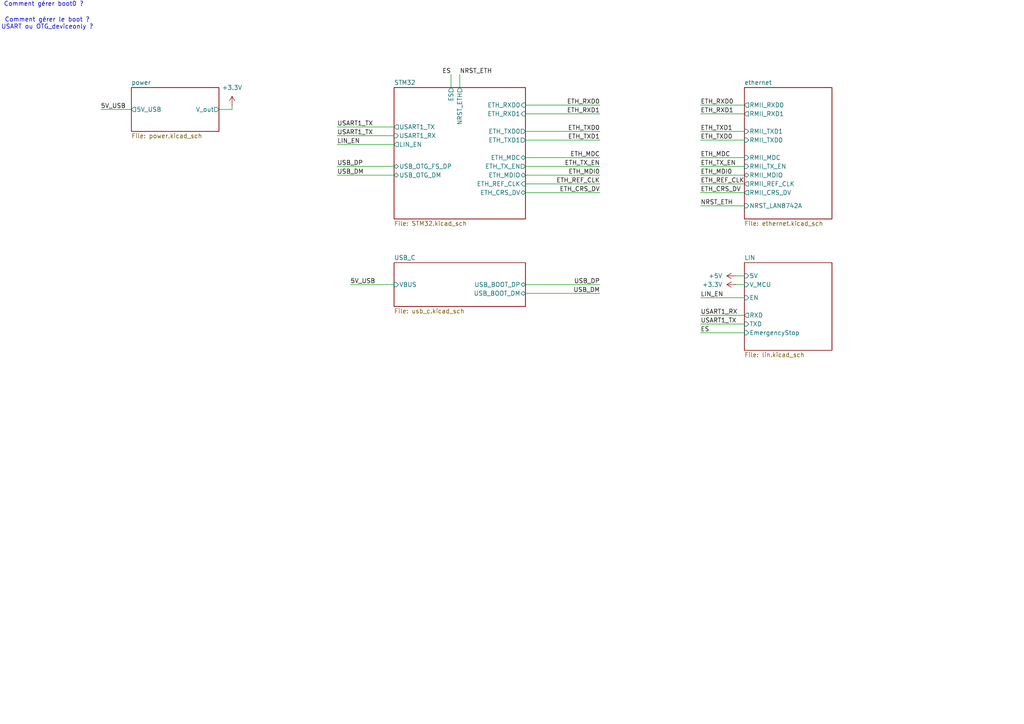
<source format=kicad_sch>
(kicad_sch (version 20231120) (generator "eeschema") (generator_version "8.0")
  (paper "A4")
  (title_block (title "Carte mère FabOS") (rev "1.0.0") (company "ENSEA"))
  (lib_symbols
    (symbol "power:+12V" (power) (pin_numbers hide) (pin_names (offset 0) hide)
      (property "Value" "+12V" (at 0 3.556 0))
      (symbol "+12V_0_1"
        (polyline (pts (xy -0.762 1.27) (xy 0 2.54)))
        (polyline (pts (xy 0 0) (xy 0 2.54)))
        (polyline (pts (xy 0 2.54) (xy 0.762 1.27)))
      )
      (symbol "+12V_1_1"
        (pin power_in line (at 0 0 90) (length 0) (name "~") (number "1"))
      )
    )
    (symbol "power:+3.3V" (power) (pin_numbers hide) (pin_names (offset 0) hide)
      (property "Value" "+3.3V" (at 0 3.556 0))
      (symbol "+3.3V_0_1"
        (polyline (pts (xy -0.762 1.27) (xy 0 2.54)))
        (polyline (pts (xy 0 0) (xy 0 2.54)))
        (polyline (pts (xy 0 2.54) (xy 0.762 1.27)))
      )
      (symbol "+3.3V_1_1"
        (pin power_in line (at 0 0 90) (length 0) (name "~") (number "1"))
      )
    )
  )
  (wire (pts (xy 97.79 41.91) (xy 114.3 41.91)))
  (wire (pts (xy 67.31 31.75) (xy 63.5 31.75)))
  (wire (pts (xy 203.2 59.69) (xy 215.9 59.69)))
  (wire (pts (xy 152.4 53.34) (xy 173.99 53.34)))
  (wire (pts (xy 97.79 36.83) (xy 114.3 36.83)))
  (wire (pts (xy 152.4 50.8) (xy 173.99 50.8)))
  (wire (pts (xy 213.36 80.01) (xy 215.9 80.01)))
  (wire (pts (xy 203.2 50.8) (xy 215.9 50.8)))
  (wire (pts (xy 152.4 33.02) (xy 173.99 33.02)))
  (wire (pts (xy 173.99 85.09) (xy 152.4 85.09)))
  (wire (pts (xy 203.2 86.36) (xy 215.9 86.36)))
  (wire (pts (xy 101.6 82.55) (xy 114.3 82.55)))
  (wire (pts (xy 97.79 48.26) (xy 114.3 48.26)))
  (wire (pts (xy 130.81 21.59) (xy 130.81 25.4)))
  (wire (pts (xy 152.4 40.64) (xy 173.99 40.64)))
  (wire (pts (xy 173.99 82.55) (xy 152.4 82.55)))
  (wire (pts (xy 152.4 55.88) (xy 173.99 55.88)))
  (wire (pts (xy 152.4 30.48) (xy 173.99 30.48)))
  (wire (pts (xy 213.36 82.55) (xy 215.9 82.55)))
  (wire (pts (xy 203.2 30.48) (xy 215.9 30.48)))
  (wire (pts (xy 152.4 38.1) (xy 173.99 38.1)))
  (wire (pts (xy 97.79 50.8) (xy 114.3 50.8)))
  (wire (pts (xy 203.2 96.52) (xy 215.9 96.52)))
  (wire (pts (xy 203.2 91.44) (xy 215.9 91.44)))
  (wire (pts (xy 203.2 38.1) (xy 215.9 38.1)))
  (wire (pts (xy 29.21 31.75) (xy 38.1 31.75)))
  (wire (pts (xy 152.4 45.72) (xy 173.99 45.72)))
  (wire (pts (xy 203.2 40.64) (xy 215.9 40.64)))
  (wire (pts (xy 203.2 48.26) (xy 215.9 48.26)))
  (wire (pts (xy 203.2 45.72) (xy 215.9 45.72)))
  (wire (pts (xy 215.9 55.88) (xy 203.2 55.88)))
  (wire (pts (xy 152.4 48.26) (xy 173.99 48.26)))
  (wire (pts (xy 203.2 33.02) (xy 215.9 33.02)))
  (wire (pts (xy 203.2 93.98) (xy 215.9 93.98)))
  (wire (pts (xy 133.35 21.59) (xy 133.35 25.4)))
  (wire (pts (xy 203.2 53.34) (xy 215.9 53.34)))
  (wire (pts (xy 67.31 30.48) (xy 67.31 31.75)))
  (wire (pts (xy 97.79 39.37) (xy 114.3 39.37)))
  (text "Comment gérer boot0 ?" (at 12.7 1.27 0) (effects (font (size 1.27 1.27))))
  (text "Comment gérer le boot ?\nUSART ou OTG_deviceonly ?\n" (at 13.716 6.858 0) (effects (font (size 1.27 1.27))))
  (label "ETH_MDI0" (at 203.2 50.8 0))
  (label "ETH_TXD1" (at 173.99 40.64 180))
  (label "LIN_EN" (at 203.2 86.36 0))
  (label "ETH_TX_EN" (at 173.99 48.26 180))
  (label "ETH_CRS_DV" (at 203.2 55.88 0))
  (label "ETH_CRS_DV" (at 173.99 55.88 180))
  (label "ES" (at 130.81 21.59 180))
  (label "ETH_TXD0" (at 173.99 38.1 180))
  (label "ETH_RXD1" (at 203.2 33.02 0))
  (label "5V_USB" (at 29.21 31.75 0))
  (label "ETH_MDC" (at 173.99 45.72 180))
  (label "ETH_RXD0" (at 173.99 30.48 180))
  (label "USB_DM" (at 173.99 85.09 180))
  (label "USART1_RX" (at 203.2 91.44 0))
  (label "ETH_RXD0" (at 203.2 30.48 0))
  (label "ES" (at 203.2 96.52 0))
  (label "USART1_TX" (at 97.79 36.83 0))
  (label "ETH_REF_CLK" (at 173.99 53.34 180))
  (label "5V_USB" (at 101.6 82.55 0))
  (label "NRST_ETH" (at 133.35 21.59 0))
  (label "ETH_TX_EN" (at 203.2 48.26 0))
  (label "ETH_MDI0" (at 173.99 50.8 180))
  (label "USB_DM" (at 97.79 50.8 0))
  (label "ETH_TXD0" (at 203.2 40.64 0))
  (label "ETH_REF_CLK" (at 203.2 53.34 0))
  (label "NRST_ETH" (at 203.2 59.69 0))
  (label "ETH_RXD1" (at 173.99 33.02 180))
  (label "ETH_MDC" (at 203.2 45.72 0))
  (label "LIN_EN" (at 97.79 41.91 0))
  (label "USB_DP" (at 173.99 82.55 180))
  (label "ETH_TXD1" (at 203.2 38.1 0))
  (label "USART1_TX" (at 97.79 39.37 0))
  (label "USART1_TX" (at 203.2 93.98 0))
  (label "USB_DP" (at 97.79 48.26 0))
  (symbol (lib_id "power:+12V") (at 213.36 80.01 90) (unit 1)
    (property "Reference" "#PWR0102" (effects (hide yes)))
    (property "Value" "+5V" (at 209.55 80.0099 90) (effects (justify left)))
    (property "Description" "Power symbol creates a global label with name \"+12V\"" (effects (hide yes)))
  )
  (symbol (lib_id "power:+3.3V") (at 67.31 30.48 0) (unit 1)
    (property "Reference" "#PWR0101" (effects (hide yes)))
    (property "Value" "+3.3V" (at 67.31 25.4 0))
    (property "Description" "Power symbol creates a global label with name \"+3.3V\"" (effects (hide yes)))
  )
  (symbol (lib_id "power:+3.3V") (at 213.36 82.55 90) (unit 1)
    (property "Reference" "#PWR0103" (effects (hide yes)))
    (property "Value" "+3.3V" (at 209.55 82.5499 90) (effects (justify left)))
    (property "Description" "Power symbol creates a global label with name \"+3.3V\"" (effects (hide yes)))
  )
  (sheet (at 215.9 76.2) (size 25.4 25.4) (stroke (width 0.1524))
    (property "Sheetname" "LIN" (at 215.9 75.4884 0) (effects (justify left bottom)))
    (property "Sheetfile" "lin.kicad_sch" (at 215.9 102.1846 0) (effects (justify left top)))
    (pin "RXD" output (at 215.9 91.44 180))
    (pin "TXD" input (at 215.9 93.98 180))
    (pin "EN" input (at 215.9 86.36 180))
    (pin "EmergencyStop" input (at 215.9 96.52 180))
    (pin "V_MCU" input (at 215.9 82.55 180))
    (pin "5V" input (at 215.9 80.01 180))
  )
  (sheet (at 114.3 76.2) (size 38.1 12.7) (stroke (width 0.1524))
    (property "Sheetname" "USB_C" (at 114.3 75.4884 0) (effects (justify left bottom)))
    (property "Sheetfile" "usb_c.kicad_sch" (at 114.3 89.4846 0) (effects (justify left top)))
    (pin "USB_BOOT_DM" bidirectional (at 152.4 85.09 0))
    (pin "USB_BOOT_DP" bidirectional (at 152.4 82.55 0))
    (pin "VBUS" input (at 114.3 82.55 180))
  )
  (sheet (at 215.9 25.4) (size 25.4 38.1) (stroke (width 0.1524))
    (property "Sheetname" "ethernet" (at 215.9 24.6884 0) (effects (justify left bottom)))
    (property "Sheetfile" "ethernet.kicad_sch" (at 215.9 64.0846 0) (effects (justify left top)))
    (pin "RMII_MDIO" bidirectional (at 215.9 50.8 180))
    (pin "RMII_MDC" input (at 215.9 45.72 180))
    (pin "RMII_REF_CLK" output (at 215.9 53.34 180))
    (pin "RMII_TXD0" input (at 215.9 40.64 180))
    (pin "RMII_TX_EN" input (at 215.9 48.26 180))
    (pin "RMII_RXD0" output (at 215.9 30.48 180))
    (pin "RMII_TXD1" input (at 215.9 38.1 180))
    (pin "RMII_RXD1" output (at 215.9 33.02 180))
    (pin "RMII_CRS_DV" output (at 215.9 55.88 180))
    (pin "NRST_LAN8742A" input (at 215.9 59.69 180))
  )
  (sheet (at 38.1 25.4) (size 25.4 12.7) (stroke (width 0.1524))
    (property "Sheetname" "power" (at 38.1 24.6884 0) (effects (justify left bottom)))
    (property "Sheetfile" "power.kicad_sch" (at 38.1 38.6846 0) (effects (justify left top)))
    (pin "5V_USB" output (at 38.1 31.75 180))
    (pin "V_out" output (at 63.5 31.75 0))
  )
  (sheet (at 114.3 25.4) (size 38.1 38.1) (stroke (width 0.1524))
    (property "Sheetname" "STM32" (at 114.3 24.6884 0) (effects (justify left bottom)))
    (property "Sheetfile" "STM32.kicad_sch" (at 114.3 64.0846 0) (effects (justify left top)))
    (pin "ETH_RXD1" input (at 152.4 33.02 0))
    (pin "ETH_MDC" bidirectional (at 152.4 45.72 0))
    (pin "ETH_RXD0" input (at 152.4 30.48 0))
    (pin "ETH_TX_EN" output (at 152.4 48.26 0))
    (pin "ETH_TXD0" output (at 152.4 38.1 0))
    (pin "ETH_TXD1" output (at 152.4 40.64 0))
    (pin "USART1_TX" output (at 114.3 36.83 180))
    (pin "USART1_RX" input (at 114.3 39.37 180))
    (pin "ETH_CRS_DV" bidirectional (at 152.4 55.88 0))
    (pin "USB_OTG_DM" bidirectional (at 114.3 50.8 180))
    (pin "USB_OTG_FS_DP" bidirectional (at 114.3 48.26 180))
    (pin "ETH_REF_CLK" input (at 152.4 53.34 0))
    (pin "ETH_MDIO" bidirectional (at 152.4 50.8 0))
    (pin "LIN_EN" output (at 114.3 41.91 180))
    (pin "ES" output (at 130.81 25.4 90))
    (pin "NRST_ETH" output (at 133.35 25.4 90))
  )
)
</source>
